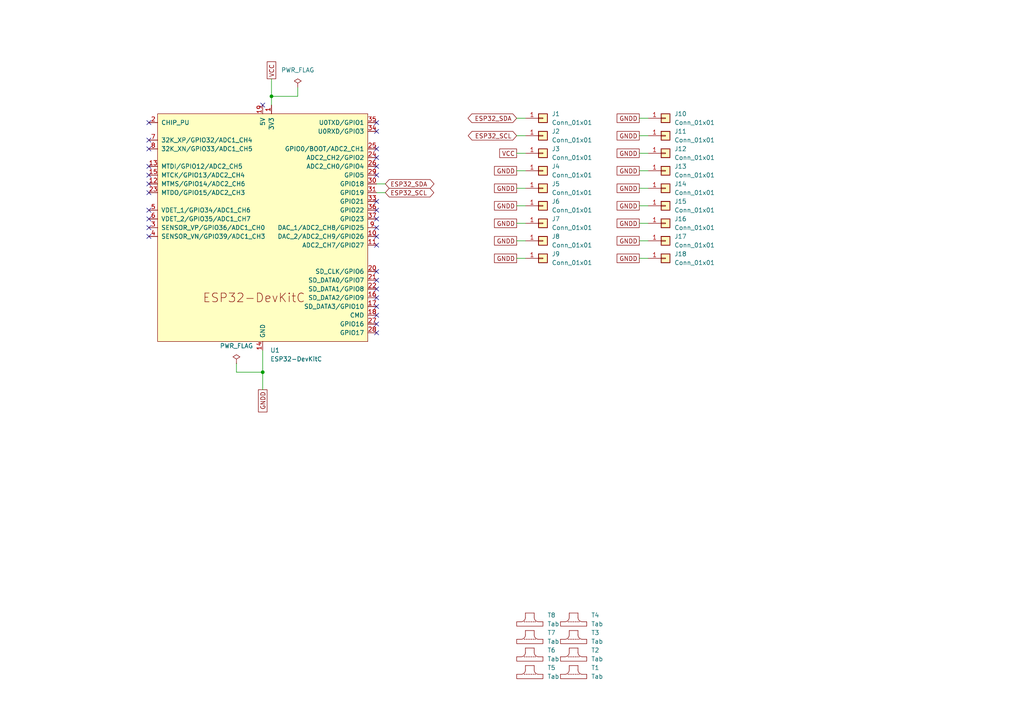
<source format=kicad_sch>
(kicad_sch (version 20231120) (generator "eeschema") (generator_version "8.0")
  (paper "A4")
  (lib_symbols
    (symbol "Connector_Generic:Conn_01x01" (pin_names (offset 1.016) hide)
      (property "Reference" "J" (at 0 2.54 0))
      (property "Value" "Conn_01x01" (at 0 -2.54 0))
      (symbol "Conn_01x01_1_1"
        (rectangle (start -1.27 0.127) (end 0 -0.127) (stroke (width 0.1524)))
        (rectangle (start -1.27 1.27) (end 1.27 -1.27) (stroke (width 0.254)) (fill (type background)))
        (pin passive line (at -5.08 0 0) (length 3.81) (name "Pin_1") (number "1"))
      )
    )
    (symbol "Espressif:ESP32-DevKitC" (pin_names (offset 1.016))
      (property "Reference" "U" (at -30.48 38.1 0))
      (property "Value" "ESP32-DevKitC" (at -30.48 35.56 0))
      (symbol "ESP32-DevKitC_0_0"
        (text "ESP32-DevKitC" (at -2.54 -20.32 0) (effects (font (size 2.54 2.54))))
        (pin power_in line (at 0 -35.56 90) (length 2.54) (name "GND") (number "14"))
        (pin power_in line (at 0 35.56 270) (length 2.54) (name "5V") (number "19"))
      )
      (symbol "ESP32-DevKitC_0_1"
        (rectangle (start -30.48 33.02) (end 30.48 -33.02) (fill (type background)))
      )
      (symbol "ESP32-DevKitC_1_1"
        (pin power_in line (at 2.54 35.56 270) (length 2.54) (name "3V3") (number "1"))
        (pin bidirectional line (at 33.02 -2.54 180) (length 2.54) (name "DAC_2/ADC2_CH9/GPIO26") (number "10"))
        (pin bidirectional line (at 33.02 -5.08 180) (length 2.54) (name "ADC2_CH7/GPIO27") (number "11"))
        (pin bidirectional line (at -33.02 12.7 0) (length 2.54) (name "MTMS/GPIO14/ADC2_CH6") (number "12"))
        (pin bidirectional line (at -33.02 17.78 0) (length 2.54) (name "MTDI/GPIO12/ADC2_CH5") (number "13"))
        (pin bidirectional line (at -33.02 15.24 0) (length 2.54) (name "MTCK/GPIO13/ADC2_CH4") (number "15"))
        (pin bidirectional line (at 33.02 -20.32 180) (length 2.54) (name "SD_DATA2/GPIO9") (number "16"))
        (pin bidirectional line (at 33.02 -22.86 180) (length 2.54) (name "SD_DATA3/GPIO10") (number "17"))
        (pin bidirectional line (at 33.02 -25.4 180) (length 2.54) (name "CMD") (number "18"))
        (pin input line (at -33.02 30.48 0) (length 2.54) (name "CHIP_PU") (number "2"))
        (pin bidirectional line (at 33.02 -12.7 180) (length 2.54) (name "SD_CLK/GPIO6") (number "20"))
        (pin bidirectional line (at 33.02 -15.24 180) (length 2.54) (name "SD_DATA0/GPIO7") (number "21"))
        (pin bidirectional line (at 33.02 -17.78 180) (length 2.54) (name "SD_DATA1/GPIO8") (number "22"))
        (pin bidirectional line (at -33.02 10.16 0) (length 2.54) (name "MTDO/GPIO15/ADC2_CH3") (number "23"))
        (pin bidirectional line (at 33.02 20.32 180) (length 2.54) (name "ADC2_CH2/GPIO2") (number "24"))
        (pin bidirectional line (at 33.02 22.86 180) (length 2.54) (name "GPIO0/BOOT/ADC2_CH1") (number "25"))
        (pin bidirectional line (at 33.02 17.78 180) (length 2.54) (name "ADC2_CH0/GPIO4") (number "26"))
        (pin bidirectional line (at 33.02 -27.94 180) (length 2.54) (name "GPIO16") (number "27"))
        (pin bidirectional line (at 33.02 -30.48 180) (length 2.54) (name "GPIO17") (number "28"))
        (pin bidirectional line (at 33.02 15.24 180) (length 2.54) (name "GPIO5") (number "29"))
        (pin input line (at -33.02 0 0) (length 2.54) (name "SENSOR_VP/GPIO36/ADC1_CH0") (number "3"))
        (pin bidirectional line (at 33.02 12.7 180) (length 2.54) (name "GPIO18") (number "30"))
        (pin bidirectional line (at 33.02 10.16 180) (length 2.54) (name "GPIO19") (number "31"))
        (pin passive line (at 0 -35.56 90) (length 2.54) hide (name "GND") (number "32"))
        (pin bidirectional line (at 33.02 7.62 180) (length 2.54) (name "GPIO21") (number "33"))
        (pin bidirectional line (at 33.02 27.94 180) (length 2.54) (name "U0RXD/GPIO3") (number "34"))
        (pin bidirectional line (at 33.02 30.48 180) (length 2.54) (name "U0TXD/GPIO1") (number "35"))
        (pin bidirectional line (at 33.02 5.08 180) (length 2.54) (name "GPIO22") (number "36"))
        (pin bidirectional line (at 33.02 2.54 180) (length 2.54) (name "GPIO23") (number "37"))
        (pin passive line (at 0 -35.56 90) (length 2.54) hide (name "GND") (number "38"))
        (pin input line (at -33.02 -2.54 0) (length 2.54) (name "SENSOR_VN/GPIO39/ADC1_CH3") (number "4"))
        (pin input line (at -33.02 5.08 0) (length 2.54) (name "VDET_1/GPIO34/ADC1_CH6") (number "5"))
        (pin input line (at -33.02 2.54 0) (length 2.54) (name "VDET_2/GPIO35/ADC1_CH7") (number "6"))
        (pin bidirectional line (at -33.02 25.4 0) (length 2.54) (name "32K_XP/GPIO32/ADC1_CH4") (number "7"))
        (pin bidirectional line (at -33.02 22.86 0) (length 2.54) (name "32K_XN/GPIO33/ADC1_CH5") (number "8"))
        (pin bidirectional line (at 33.02 0 180) (length 2.54) (name "DAC_1/ADC2_CH8/GPIO25") (number "9"))
      )
    )
    (symbol "PCM_kikit:Tab" (in_bom no)
      (property "Reference" "T" (at 0 3.81 0))
      (property "Value" "Tab" (at 0 -2.54 0))
      (symbol "Tab_0_1"
        (arc (start -2.54 0) (mid -1.642 0.372) (end -1.27 1.27) (stroke (width 0.1524)))
        (circle (center -1.524 0) (radius 0.0762) (stroke (width 0.1524)))
        (circle (center -1.016 0) (radius 0.0762) (stroke (width 0.1524)))
        (circle (center -0.508 0) (radius 0.0762) (stroke (width 0.1524)))
        (polyline (pts (xy -3.81 0) (xy -2.54 0)) (stroke (width 0.1524)))
        (polyline (pts (xy -1.27 1.27) (xy -1.27 2.54)) (stroke (width 0.1524)))
        (polyline (pts (xy 1.27 1.27) (xy 1.27 2.54)) (stroke (width 0.1524)))
        (polyline (pts (xy 1.27 2.54) (xy -1.27 2.54)) (stroke (width 0.1524)))
        (polyline (pts (xy 2.54 0) (xy 3.81 0)) (stroke (width 0.1524)))
        (polyline (pts (xy -3.81 0) (xy -3.81 -1.27) (xy 3.81 -1.27) (xy 3.81 0)) (stroke (width 0.1524)))
        (circle (center 0 0) (radius 0.0762) (stroke (width 0.1524)))
        (circle (center 0.508 0) (radius 0.0762) (stroke (width 0.1524)))
        (circle (center 1.016 0) (radius 0.0762) (stroke (width 0.1524)))
        (arc (start 1.27 1.27) (mid 1.642 0.372) (end 2.54 0) (stroke (width 0.1524)))
        (circle (center 1.524 0) (radius 0.0762) (stroke (width 0.1524)))
      )
    )
    (symbol "power:PWR_FLAG" (power) (pin_numbers hide) (pin_names (offset 0) hide)
      (property "Value" "PWR_FLAG" (at 0 3.81 0))
      (symbol "PWR_FLAG_0_0"
        (pin power_out line (at 0 0 90) (length 0) (name "~") (number "1"))
      )
      (symbol "PWR_FLAG_0_1"
        (polyline (pts (xy 0 0) (xy 0 1.27) (xy -1.016 1.905) (xy 0 2.54) (xy 1.016 1.905) (xy 0 1.27)))
      )
    )
  )
  (junction (at 78.74 27.94))
  (junction (at 76.2 107.95))
  (no_connect (at 109.22 78.74))
  (no_connect (at 109.22 50.8))
  (no_connect (at 43.18 66.04))
  (no_connect (at 109.22 88.9))
  (no_connect (at 43.18 48.26))
  (no_connect (at 109.22 35.56))
  (no_connect (at 109.22 71.12))
  (no_connect (at 109.22 91.44))
  (no_connect (at 43.18 43.18))
  (no_connect (at 109.22 96.52))
  (no_connect (at 43.18 60.96))
  (no_connect (at 43.18 55.88))
  (no_connect (at 43.18 40.64))
  (no_connect (at 76.2 30.48))
  (no_connect (at 109.22 83.82))
  (no_connect (at 109.22 58.42))
  (no_connect (at 43.18 35.56))
  (no_connect (at 109.22 68.58))
  (no_connect (at 109.22 66.04))
  (no_connect (at 43.18 68.58))
  (no_connect (at 109.22 93.98))
  (no_connect (at 109.22 48.26))
  (no_connect (at 43.18 53.34))
  (no_connect (at 109.22 63.5))
  (no_connect (at 109.22 60.96))
  (no_connect (at 109.22 81.28))
  (no_connect (at 43.18 63.5))
  (no_connect (at 109.22 45.72))
  (no_connect (at 109.22 86.36))
  (no_connect (at 109.22 38.1))
  (no_connect (at 43.18 50.8))
  (no_connect (at 109.22 43.18))
  (wire (pts (xy 149.86 39.37) (xy 152.4 39.37)))
  (wire (pts (xy 185.42 64.77) (xy 187.96 64.77)))
  (wire (pts (xy 68.58 107.95) (xy 76.2 107.95)))
  (wire (pts (xy 185.42 59.69) (xy 187.96 59.69)))
  (wire (pts (xy 76.2 101.6) (xy 76.2 107.95)))
  (wire (pts (xy 149.86 59.69) (xy 152.4 59.69)))
  (wire (pts (xy 185.42 49.53) (xy 187.96 49.53)))
  (wire (pts (xy 149.86 64.77) (xy 152.4 64.77)))
  (wire (pts (xy 185.42 34.29) (xy 187.96 34.29)))
  (wire (pts (xy 185.42 39.37) (xy 187.96 39.37)))
  (wire (pts (xy 149.86 49.53) (xy 152.4 49.53)))
  (wire (pts (xy 185.42 44.45) (xy 187.96 44.45)))
  (wire (pts (xy 86.36 25.4) (xy 86.36 27.94)))
  (wire (pts (xy 68.58 105.41) (xy 68.58 107.95)))
  (wire (pts (xy 185.42 69.85) (xy 187.96 69.85)))
  (wire (pts (xy 78.74 27.94) (xy 78.74 30.48)))
  (wire (pts (xy 76.2 107.95) (xy 76.2 113.03)))
  (wire (pts (xy 109.22 55.88) (xy 111.76 55.88)))
  (wire (pts (xy 149.86 74.93) (xy 152.4 74.93)))
  (wire (pts (xy 149.86 34.29) (xy 152.4 34.29)))
  (wire (pts (xy 149.86 44.45) (xy 152.4 44.45)))
  (wire (pts (xy 78.74 22.86) (xy 78.74 27.94)))
  (wire (pts (xy 109.22 53.34) (xy 111.76 53.34)))
  (wire (pts (xy 185.42 54.61) (xy 187.96 54.61)))
  (wire (pts (xy 185.42 74.93) (xy 187.96 74.93)))
  (wire (pts (xy 149.86 54.61) (xy 152.4 54.61)))
  (wire (pts (xy 86.36 27.94) (xy 78.74 27.94)))
  (wire (pts (xy 149.86 69.85) (xy 152.4 69.85)))
  (global_label "ESP32_SDA" (shape bidirectional) (at 111.76 53.34 0) (property "Intersheetrefs" "${INTERSHEET_REFS}" (effects (hide yes))))
  (global_label "GNDD" (shape passive) (at 185.42 59.69 180) (property "Intersheetrefs" "${INTERSHEET_REFS}" (effects (hide yes))))
  (global_label "GNDD" (shape passive) (at 149.86 64.77 180) (property "Intersheetrefs" "${INTERSHEET_REFS}" (effects (hide yes))))
  (global_label "GNDD" (shape passive) (at 185.42 64.77 180) (property "Intersheetrefs" "${INTERSHEET_REFS}" (effects (hide yes))))
  (global_label "GNDD" (shape passive) (at 149.86 59.69 180) (property "Intersheetrefs" "${INTERSHEET_REFS}" (effects (hide yes))))
  (global_label "GNDD" (shape passive) (at 185.42 74.93 180) (property "Intersheetrefs" "${INTERSHEET_REFS}" (effects (hide yes))))
  (global_label "GNDD" (shape passive) (at 149.86 74.93 180) (property "Intersheetrefs" "${INTERSHEET_REFS}" (effects (hide yes))))
  (global_label "GNDD" (shape passive) (at 149.86 54.61 180) (property "Intersheetrefs" "${INTERSHEET_REFS}" (effects (hide yes))))
  (global_label "ESP32_SDA" (shape bidirectional) (at 149.86 34.29 180) (property "Intersheetrefs" "${INTERSHEET_REFS}" (effects (hide yes))))
  (global_label "VCC" (shape passive) (at 149.86 44.45 180) (property "Intersheetrefs" "${INTERSHEET_REFS}" (effects (hide yes))))
  (global_label "GNDD" (shape passive) (at 185.42 49.53 180) (property "Intersheetrefs" "${INTERSHEET_REFS}" (effects (hide yes))))
  (global_label "GNDD" (shape passive) (at 149.86 49.53 180) (property "Intersheetrefs" "${INTERSHEET_REFS}" (effects (hide yes))))
  (global_label "GNDD" (shape passive) (at 185.42 44.45 180) (property "Intersheetrefs" "${INTERSHEET_REFS}" (effects (hide yes))))
  (global_label "GNDD" (shape passive) (at 185.42 34.29 180) (property "Intersheetrefs" "${INTERSHEET_REFS}" (effects (hide yes))))
  (global_label "ESP32_SCL" (shape bidirectional) (at 111.76 55.88 0) (property "Intersheetrefs" "${INTERSHEET_REFS}" (effects (hide yes))))
  (global_label "ESP32_SCL" (shape bidirectional) (at 149.86 39.37 180) (property "Intersheetrefs" "${INTERSHEET_REFS}" (effects (hide yes))))
  (global_label "GNDD" (shape passive) (at 185.42 39.37 180) (property "Intersheetrefs" "${INTERSHEET_REFS}" (effects (hide yes))))
  (global_label "GNDD" (shape passive) (at 149.86 69.85 180) (property "Intersheetrefs" "${INTERSHEET_REFS}" (effects (hide yes))))
  (global_label "GNDD" (shape passive) (at 185.42 69.85 180) (property "Intersheetrefs" "${INTERSHEET_REFS}" (effects (hide yes))))
  (global_label "GNDD" (shape passive) (at 185.42 54.61 180) (property "Intersheetrefs" "${INTERSHEET_REFS}" (effects (hide yes))))
  (global_label "VCC" (shape passive) (at 78.74 22.86 90) (property "Intersheetrefs" "${INTERSHEET_REFS}" (effects (hide yes))))
  (global_label "GNDD" (shape passive) (at 76.2 113.03 270) (property "Intersheetrefs" "${INTERSHEET_REFS}" (effects (hide yes))))
  (symbol (lib_id "power:PWR_FLAG") (at 68.58 105.41 0) (unit 1)
    (property "Reference" "#FLG02" (effects (hide yes)))
    (property "Value" "PWR_FLAG" (at 68.58 100.33 0))
    (property "Description" "Special symbol for telling ERC where power comes from" (effects (hide yes)))
  )
  (symbol (lib_id "PCM_kikit:Tab") (at 153.67 195.58 0) (unit 1) (in_bom no)
    (property "Reference" "T5" (at 158.75 193.6749 0) (effects (justify left)))
    (property "Value" "Tab" (at 158.75 196.2149 0) (effects (justify left)))
    (property "Footprint" "PCM_kikit:Tab" (effects (hide yes)))
    (property "Description" "KiKit tab annotations" (effects (hide yes)))
  )
  (symbol (lib_id "Connector_Generic:Conn_01x01") (at 193.04 54.61 0) (unit 1)
    (property "Reference" "J14" (at 195.58 53.3399 0) (effects (justify left)))
    (property "Value" "Conn_01x01" (at 195.58 55.8799 0) (effects (justify left)))
    (property "Footprint" "Castellated_Holes:Castellated_Hole02" (effects (hide yes)))
    (property "Description" "Generic connector, single row, 01x01, script generated (kicad-library-utils/schlib/autogen/connector/)" (effects (hide yes)))
  )
  (symbol (lib_id "Connector_Generic:Conn_01x01") (at 157.48 49.53 0) (unit 1)
    (property "Reference" "J4" (at 160.02 48.2599 0) (effects (justify left)))
    (property "Value" "Conn_01x01" (at 160.02 50.7999 0) (effects (justify left)))
    (property "Footprint" "Castellated_Holes:Castellated_Hole02" (effects (hide yes)))
    (property "Description" "Generic connector, single row, 01x01, script generated (kicad-library-utils/schlib/autogen/connector/)" (effects (hide yes)))
  )
  (symbol (lib_id "Connector_Generic:Conn_01x01") (at 157.48 54.61 0) (unit 1)
    (property "Reference" "J5" (at 160.02 53.3399 0) (effects (justify left)))
    (property "Value" "Conn_01x01" (at 160.02 55.8799 0) (effects (justify left)))
    (property "Footprint" "Castellated_Holes:Castellated_Hole02" (effects (hide yes)))
    (property "Description" "Generic connector, single row, 01x01, script generated (kicad-library-utils/schlib/autogen/connector/)" (effects (hide yes)))
  )
  (symbol (lib_id "Connector_Generic:Conn_01x01") (at 157.48 59.69 0) (unit 1)
    (property "Reference" "J6" (at 160.02 58.4199 0) (effects (justify left)))
    (property "Value" "Conn_01x01" (at 160.02 60.9599 0) (effects (justify left)))
    (property "Footprint" "Castellated_Holes:Castellated_Hole02" (effects (hide yes)))
    (property "Description" "Generic connector, single row, 01x01, script generated (kicad-library-utils/schlib/autogen/connector/)" (effects (hide yes)))
  )
  (symbol (lib_id "Connector_Generic:Conn_01x01") (at 193.04 74.93 0) (unit 1)
    (property "Reference" "J18" (at 195.58 73.6599 0) (effects (justify left)))
    (property "Value" "Conn_01x01" (at 195.58 76.1999 0) (effects (justify left)))
    (property "Footprint" "Castellated_Holes:Castellated_Hole02" (effects (hide yes)))
    (property "Description" "Generic connector, single row, 01x01, script generated (kicad-library-utils/schlib/autogen/connector/)" (effects (hide yes)))
  )
  (symbol (lib_id "Connector_Generic:Conn_01x01") (at 193.04 39.37 0) (unit 1)
    (property "Reference" "J11" (at 195.58 38.0999 0) (effects (justify left)))
    (property "Value" "Conn_01x01" (at 195.58 40.6399 0) (effects (justify left)))
    (property "Footprint" "Castellated_Holes:Castellated_Hole02" (effects (hide yes)))
    (property "Description" "Generic connector, single row, 01x01, script generated (kicad-library-utils/schlib/autogen/connector/)" (effects (hide yes)))
  )
  (symbol (lib_id "Espressif:ESP32-DevKitC") (at 76.2 66.04 0) (unit 1)
    (property "Reference" "U1" (at 78.3941 101.6 0) (effects (justify left)))
    (property "Value" "ESP32-DevKitC" (at 78.3941 104.14 0) (effects (justify left)))
    (property "Footprint" "Espressif:ESP32-DevKitC" (effects (hide yes)))
    (property "Datasheet" "https://docs.espressif.com/projects/esp-idf/zh_CN/latest/esp32/hw-reference/esp32/get-started-devkitc.html" (effects (hide yes)))
    (property "Description" "Development Kit" (effects (hide yes)))
  )
  (symbol (lib_id "PCM_kikit:Tab") (at 166.37 190.5 0) (unit 1) (in_bom no)
    (property "Reference" "T2" (at 171.45 188.5949 0) (effects (justify left)))
    (property "Value" "Tab" (at 171.45 191.1349 0) (effects (justify left)))
    (property "Footprint" "PCM_kikit:Tab" (effects (hide yes)))
    (property "Description" "KiKit tab annotations" (effects (hide yes)))
  )
  (symbol (lib_id "PCM_kikit:Tab") (at 166.37 180.34 0) (unit 1) (in_bom no)
    (property "Reference" "T4" (at 171.45 178.4349 0) (effects (justify left)))
    (property "Value" "Tab" (at 171.45 180.9749 0) (effects (justify left)))
    (property "Footprint" "PCM_kikit:Tab" (effects (hide yes)))
    (property "Description" "KiKit tab annotations" (effects (hide yes)))
  )
  (symbol (lib_id "Connector_Generic:Conn_01x01") (at 157.48 69.85 0) (unit 1)
    (property "Reference" "J8" (at 160.02 68.5799 0) (effects (justify left)))
    (property "Value" "Conn_01x01" (at 160.02 71.1199 0) (effects (justify left)))
    (property "Footprint" "Castellated_Holes:Castellated_Hole02" (effects (hide yes)))
    (property "Description" "Generic connector, single row, 01x01, script generated (kicad-library-utils/schlib/autogen/connector/)" (effects (hide yes)))
  )
  (symbol (lib_id "PCM_kikit:Tab") (at 166.37 195.58 0) (unit 1) (in_bom no)
    (property "Reference" "T1" (at 171.45 193.6749 0) (effects (justify left)))
    (property "Value" "Tab" (at 171.45 196.2149 0) (effects (justify left)))
    (property "Footprint" "PCM_kikit:Tab" (effects (hide yes)))
    (property "Description" "KiKit tab annotations" (effects (hide yes)))
  )
  (symbol (lib_id "power:PWR_FLAG") (at 86.36 25.4 0) (unit 1)
    (property "Reference" "#FLG01" (effects (hide yes)))
    (property "Value" "PWR_FLAG" (at 86.36 20.32 0))
    (property "Description" "Special symbol for telling ERC where power comes from" (effects (hide yes)))
  )
  (symbol (lib_id "Connector_Generic:Conn_01x01") (at 193.04 49.53 0) (unit 1)
    (property "Reference" "J13" (at 195.58 48.2599 0) (effects (justify left)))
    (property "Value" "Conn_01x01" (at 195.58 50.7999 0) (effects (justify left)))
    (property "Footprint" "Castellated_Holes:Castellated_Hole02" (effects (hide yes)))
    (property "Description" "Generic connector, single row, 01x01, script generated (kicad-library-utils/schlib/autogen/connector/)" (effects (hide yes)))
  )
  (symbol (lib_id "Connector_Generic:Conn_01x01") (at 157.48 39.37 0) (unit 1)
    (property "Reference" "J2" (at 160.02 38.0999 0) (effects (justify left)))
    (property "Value" "Conn_01x01" (at 160.02 40.6399 0) (effects (justify left)))
    (property "Footprint" "Castellated_Holes:Castellated_Hole02" (effects (hide yes)))
    (property "Description" "Generic connector, single row, 01x01, script generated (kicad-library-utils/schlib/autogen/connector/)" (effects (hide yes)))
  )
  (symbol (lib_id "Connector_Generic:Conn_01x01") (at 193.04 44.45 0) (unit 1)
    (property "Reference" "J12" (at 195.58 43.1799 0) (effects (justify left)))
    (property "Value" "Conn_01x01" (at 195.58 45.7199 0) (effects (justify left)))
    (property "Footprint" "Castellated_Holes:Castellated_Hole02" (effects (hide yes)))
    (property "Description" "Generic connector, single row, 01x01, script generated (kicad-library-utils/schlib/autogen/connector/)" (effects (hide yes)))
  )
  (symbol (lib_id "PCM_kikit:Tab") (at 153.67 190.5 0) (unit 1) (in_bom no)
    (property "Reference" "T6" (at 158.75 188.5949 0) (effects (justify left)))
    (property "Value" "Tab" (at 158.75 191.1349 0) (effects (justify left)))
    (property "Footprint" "PCM_kikit:Tab" (effects (hide yes)))
    (property "Description" "KiKit tab annotations" (effects (hide yes)))
  )
  (symbol (lib_id "Connector_Generic:Conn_01x01") (at 157.48 74.93 0) (unit 1)
    (property "Reference" "J9" (at 160.02 73.6599 0) (effects (justify left)))
    (property "Value" "Conn_01x01" (at 160.02 76.1999 0) (effects (justify left)))
    (property "Footprint" "Castellated_Holes:Castellated_Hole02" (effects (hide yes)))
    (property "Description" "Generic connector, single row, 01x01, script generated (kicad-library-utils/schlib/autogen/connector/)" (effects (hide yes)))
  )
  (symbol (lib_id "Connector_Generic:Conn_01x01") (at 193.04 34.29 0) (unit 1)
    (property "Reference" "J10" (at 195.58 33.0199 0) (effects (justify left)))
    (property "Value" "Conn_01x01" (at 195.58 35.5599 0) (effects (justify left)))
    (property "Footprint" "Castellated_Holes:Castellated_Hole02" (effects (hide yes)))
    (property "Description" "Generic connector, single row, 01x01, script generated (kicad-library-utils/schlib/autogen/connector/)" (effects (hide yes)))
  )
  (symbol (lib_id "Connector_Generic:Conn_01x01") (at 157.48 34.29 0) (unit 1)
    (property "Reference" "J1" (at 160.02 33.0199 0) (effects (justify left)))
    (property "Value" "Conn_01x01" (at 160.02 35.5599 0) (effects (justify left)))
    (property "Footprint" "Castellated_Holes:Castellated_Hole02" (effects (hide yes)))
    (property "Description" "Generic connector, single row, 01x01, script generated (kicad-library-utils/schlib/autogen/connector/)" (effects (hide yes)))
  )
  (symbol (lib_id "Connector_Generic:Conn_01x01") (at 193.04 64.77 0) (unit 1)
    (property "Reference" "J16" (at 195.58 63.4999 0) (effects (justify left)))
    (property "Value" "Conn_01x01" (at 195.58 66.0399 0) (effects (justify left)))
    (property "Footprint" "Castellated_Holes:Castellated_Hole02" (effects (hide yes)))
    (property "Description" "Generic connector, single row, 01x01, script generated (kicad-library-utils/schlib/autogen/connector/)" (effects (hide yes)))
  )
  (symbol (lib_id "Connector_Generic:Conn_01x01") (at 193.04 69.85 0) (unit 1)
    (property "Reference" "J17" (at 195.58 68.5799 0) (effects (justify left)))
    (property "Value" "Conn_01x01" (at 195.58 71.1199 0) (effects (justify left)))
    (property "Footprint" "Castellated_Holes:Castellated_Hole02" (effects (hide yes)))
    (property "Description" "Generic connector, single row, 01x01, script generated (kicad-library-utils/schlib/autogen/connector/)" (effects (hide yes)))
  )
  (symbol (lib_id "Connector_Generic:Conn_01x01") (at 157.48 44.45 0) (unit 1)
    (property "Reference" "J3" (at 160.02 43.1799 0) (effects (justify left)))
    (property "Value" "Conn_01x01" (at 160.02 45.7199 0) (effects (justify left)))
    (property "Footprint" "Castellated_Holes:Castellated_Hole02" (effects (hide yes)))
    (property "Description" "Generic connector, single row, 01x01, script generated (kicad-library-utils/schlib/autogen/connector/)" (effects (hide yes)))
  )
  (symbol (lib_id "PCM_kikit:Tab") (at 153.67 180.34 0) (unit 1) (in_bom no)
    (property "Reference" "T8" (at 158.75 178.4349 0) (effects (justify left)))
    (property "Value" "Tab" (at 158.75 180.9749 0) (effects (justify left)))
    (property "Footprint" "PCM_kikit:Tab" (effects (hide yes)))
    (property "Description" "KiKit tab annotations" (effects (hide yes)))
  )
  (symbol (lib_id "Connector_Generic:Conn_01x01") (at 157.48 64.77 0) (unit 1)
    (property "Reference" "J7" (at 160.02 63.4999 0) (effects (justify left)))
    (property "Value" "Conn_01x01" (at 160.02 66.0399 0) (effects (justify left)))
    (property "Footprint" "Castellated_Holes:Castellated_Hole02" (effects (hide yes)))
    (property "Description" "Generic connector, single row, 01x01, script generated (kicad-library-utils/schlib/autogen/connector/)" (effects (hide yes)))
  )
  (symbol (lib_id "Connector_Generic:Conn_01x01") (at 193.04 59.69 0) (unit 1)
    (property "Reference" "J15" (at 195.58 58.4199 0) (effects (justify left)))
    (property "Value" "Conn_01x01" (at 195.58 60.9599 0) (effects (justify left)))
    (property "Footprint" "Castellated_Holes:Castellated_Hole02" (effects (hide yes)))
    (property "Description" "Generic connector, single row, 01x01, script generated (kicad-library-utils/schlib/autogen/connector/)" (effects (hide yes)))
  )
  (symbol (lib_id "PCM_kikit:Tab") (at 153.67 185.42 0) (unit 1) (in_bom no)
    (property "Reference" "T7" (at 158.75 183.5149 0) (effects (justify left)))
    (property "Value" "Tab" (at 158.75 186.0549 0) (effects (justify left)))
    (property "Footprint" "PCM_kikit:Tab" (effects (hide yes)))
    (property "Description" "KiKit tab annotations" (effects (hide yes)))
  )
  (symbol (lib_id "PCM_kikit:Tab") (at 166.37 185.42 0) (unit 1) (in_bom no)
    (property "Reference" "T3" (at 171.45 183.5149 0) (effects (justify left)))
    (property "Value" "Tab" (at 171.45 186.0549 0) (effects (justify left)))
    (property "Footprint" "PCM_kikit:Tab" (effects (hide yes)))
    (property "Description" "KiKit tab annotations" (effects (hide yes)))
  )
)
</source>
